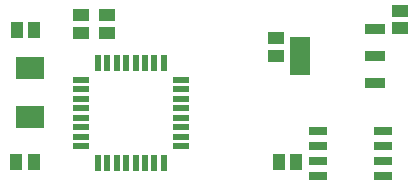
<source format=gtp>
G04*
G04 #@! TF.GenerationSoftware,Altium Limited,Altium Designer,20.2.3 (150)*
G04*
G04 Layer_Color=8421504*
%FSLAX24Y24*%
%MOIN*%
G70*
G04*
G04 #@! TF.SameCoordinates,F9B30F2D-920F-4E4A-910B-E49C5D8B914F*
G04*
G04*
G04 #@! TF.FilePolarity,Positive*
G04*
G01*
G75*
%ADD14R,0.0551X0.0433*%
%ADD15R,0.0689X0.1260*%
%ADD16R,0.0689X0.0374*%
%ADD17R,0.0610X0.0276*%
%ADD18R,0.0433X0.0551*%
%ADD19R,0.0581X0.0236*%
%ADD20R,0.0236X0.0581*%
%ADD21R,0.0945X0.0748*%
D14*
X23962Y24047D02*
D03*
Y24638D02*
D03*
X14198Y23901D02*
D03*
Y24491D02*
D03*
X19813Y23122D02*
D03*
Y23713D02*
D03*
X13320Y24494D02*
D03*
Y23903D02*
D03*
D15*
X20623Y23124D02*
D03*
D16*
X23103Y24030D02*
D03*
Y23124D02*
D03*
Y22219D02*
D03*
D17*
X21225Y20611D02*
D03*
Y20111D02*
D03*
Y19611D02*
D03*
Y19111D02*
D03*
X23370D02*
D03*
Y19611D02*
D03*
Y20111D02*
D03*
Y20611D02*
D03*
D18*
X20498Y19609D02*
D03*
X19908D02*
D03*
X11760Y24003D02*
D03*
X11169D02*
D03*
X11757Y19609D02*
D03*
X11167D02*
D03*
D19*
X13311Y22331D02*
D03*
Y22016D02*
D03*
Y21701D02*
D03*
Y21386D02*
D03*
Y21071D02*
D03*
Y20756D02*
D03*
Y20441D02*
D03*
Y20126D02*
D03*
X16648D02*
D03*
Y20441D02*
D03*
Y20756D02*
D03*
Y21071D02*
D03*
Y21386D02*
D03*
Y21701D02*
D03*
Y22016D02*
D03*
Y22331D02*
D03*
D20*
X13877Y19560D02*
D03*
X14192D02*
D03*
X14507D02*
D03*
X14822D02*
D03*
X15137D02*
D03*
X15452D02*
D03*
X15767D02*
D03*
X16082D02*
D03*
Y22897D02*
D03*
X15767D02*
D03*
X15452D02*
D03*
X15137D02*
D03*
X14822D02*
D03*
X14507D02*
D03*
X14192D02*
D03*
X13877D02*
D03*
D21*
X11611Y21097D02*
D03*
Y22711D02*
D03*
M02*

</source>
